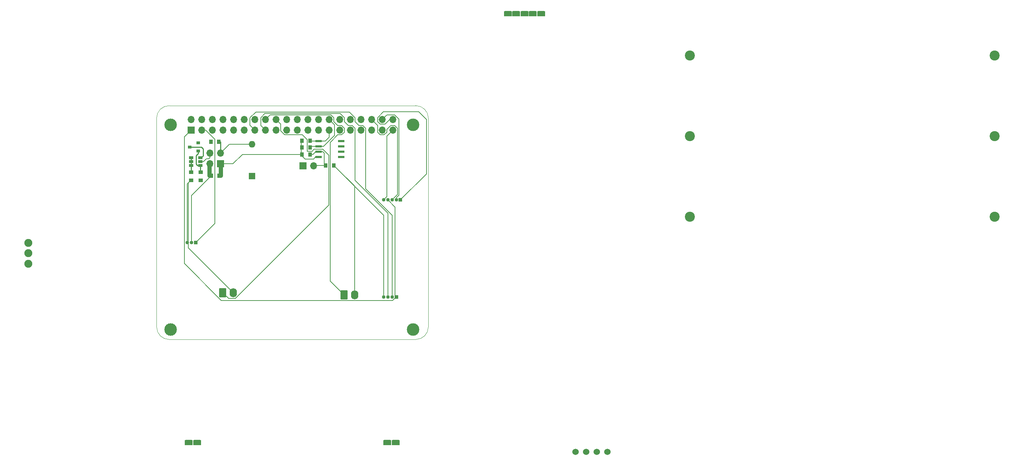
<source format=gbr>
G04 #@! TF.GenerationSoftware,KiCad,Pcbnew,9.0.4-9.0.4-0~ubuntu22.04.1*
G04 #@! TF.CreationDate,2025-09-06T14:27:40-05:00*
G04 #@! TF.ProjectId,Lab1_PCB,4c616231-5f50-4434-922e-6b696361645f,rev?*
G04 #@! TF.SameCoordinates,Original*
G04 #@! TF.FileFunction,Copper,L1,Top*
G04 #@! TF.FilePolarity,Positive*
%FSLAX46Y46*%
G04 Gerber Fmt 4.6, Leading zero omitted, Abs format (unit mm)*
G04 Created by KiCad (PCBNEW 9.0.4-9.0.4-0~ubuntu22.04.1) date 2025-09-06 14:27:40*
%MOMM*%
%LPD*%
G01*
G04 APERTURE LIST*
G04 Aperture macros list*
%AMRoundRect*
0 Rectangle with rounded corners*
0 $1 Rounding radius*
0 $2 $3 $4 $5 $6 $7 $8 $9 X,Y pos of 4 corners*
0 Add a 4 corners polygon primitive as box body*
4,1,4,$2,$3,$4,$5,$6,$7,$8,$9,$2,$3,0*
0 Add four circle primitives for the rounded corners*
1,1,$1+$1,$2,$3*
1,1,$1+$1,$4,$5*
1,1,$1+$1,$6,$7*
1,1,$1+$1,$8,$9*
0 Add four rect primitives between the rounded corners*
20,1,$1+$1,$2,$3,$4,$5,0*
20,1,$1+$1,$4,$5,$6,$7,0*
20,1,$1+$1,$6,$7,$8,$9,0*
20,1,$1+$1,$8,$9,$2,$3,0*%
G04 Aperture macros list end*
G04 #@! TA.AperFunction,SMDPad,CuDef*
%ADD10C,1.905000*%
G04 #@! TD*
G04 #@! TA.AperFunction,SMDPad,CuDef*
%ADD11RoundRect,0.190500X-0.762000X-0.444500X0.762000X-0.444500X0.762000X0.444500X-0.762000X0.444500X0*%
G04 #@! TD*
G04 #@! TA.AperFunction,ComponentPad*
%ADD12C,1.530000*%
G04 #@! TD*
G04 #@! TA.AperFunction,ComponentPad*
%ADD13R,1.600000X1.600000*%
G04 #@! TD*
G04 #@! TA.AperFunction,ComponentPad*
%ADD14O,1.600000X1.600000*%
G04 #@! TD*
G04 #@! TA.AperFunction,ComponentPad*
%ADD15R,0.850000X0.850000*%
G04 #@! TD*
G04 #@! TA.AperFunction,ComponentPad*
%ADD16O,0.850000X0.850000*%
G04 #@! TD*
G04 #@! TA.AperFunction,WasherPad*
%ADD17C,3.000000*%
G04 #@! TD*
G04 #@! TA.AperFunction,SMDPad,CuDef*
%ADD18R,0.845000X1.000000*%
G04 #@! TD*
G04 #@! TA.AperFunction,SMDPad,CuDef*
%ADD19R,1.550000X0.600000*%
G04 #@! TD*
G04 #@! TA.AperFunction,ComponentPad*
%ADD20R,1.700000X1.700000*%
G04 #@! TD*
G04 #@! TA.AperFunction,ComponentPad*
%ADD21O,1.700000X1.700000*%
G04 #@! TD*
G04 #@! TA.AperFunction,SMDPad,CuDef*
%ADD22R,1.000000X0.845000*%
G04 #@! TD*
G04 #@! TA.AperFunction,ComponentPad*
%ADD23RoundRect,0.250000X-0.620000X-0.845000X0.620000X-0.845000X0.620000X0.845000X-0.620000X0.845000X0*%
G04 #@! TD*
G04 #@! TA.AperFunction,ComponentPad*
%ADD24O,1.740000X2.190000*%
G04 #@! TD*
G04 #@! TA.AperFunction,SMDPad,CuDef*
%ADD25R,1.060000X0.650000*%
G04 #@! TD*
G04 #@! TA.AperFunction,SMDPad,CuDef*
%ADD26R,0.900000X0.800000*%
G04 #@! TD*
G04 #@! TA.AperFunction,ComponentPad*
%ADD27C,2.400000*%
G04 #@! TD*
G04 #@! TA.AperFunction,Conductor*
%ADD28C,0.150000*%
G04 #@! TD*
G04 #@! TA.AperFunction,Conductor*
%ADD29C,0.250000*%
G04 #@! TD*
G04 #@! TA.AperFunction,Conductor*
%ADD30C,1.000000*%
G04 #@! TD*
G04 #@! TA.AperFunction,Conductor*
%ADD31C,0.600000*%
G04 #@! TD*
G04 #@! TA.AperFunction,Profile*
%ADD32C,0.100000*%
G04 #@! TD*
G04 APERTURE END LIST*
D10*
X27324655Y-95834655D03*
X27324655Y-90834655D03*
X27324655Y-93334655D03*
D11*
X148000000Y-36000000D03*
X150000000Y-36000000D03*
X146000000Y-36000000D03*
X144000000Y-36000000D03*
X142000000Y-36000000D03*
D12*
X165810000Y-140875000D03*
X163270000Y-140875000D03*
X160730000Y-140875000D03*
X158190000Y-140875000D03*
D13*
X80824655Y-74909655D03*
D14*
X80824655Y-67289655D03*
D15*
X116324655Y-80579655D03*
D16*
X115324655Y-80579655D03*
X114324655Y-80579655D03*
X113324655Y-80579655D03*
X112324655Y-80579655D03*
D17*
X119354655Y-111599655D03*
D11*
X113173267Y-138732155D03*
X115173267Y-138732155D03*
D18*
X71062155Y-74789655D03*
X72987155Y-74789655D03*
X70962155Y-66689655D03*
X72887155Y-66689655D03*
D19*
X102124655Y-70294655D03*
X102124655Y-69024655D03*
X102124655Y-67754655D03*
X102124655Y-66484655D03*
X96724655Y-66484655D03*
X96724655Y-67754655D03*
X96724655Y-69024655D03*
X96724655Y-70294655D03*
D20*
X93024655Y-72389655D03*
D21*
X95564655Y-72389655D03*
D17*
X61364655Y-111609655D03*
D20*
X73304655Y-71949655D03*
D21*
X70764655Y-71949655D03*
X73304655Y-69409655D03*
X70764655Y-69409655D03*
D18*
X92762155Y-66389655D03*
X94687155Y-66389655D03*
D17*
X61364655Y-62599655D03*
D18*
X98462155Y-72289655D03*
X100387155Y-72289655D03*
X92762155Y-69689655D03*
X94687155Y-69689655D03*
D22*
X66224655Y-73927155D03*
X66224655Y-75852155D03*
D15*
X67324655Y-90789655D03*
D16*
X66324655Y-90789655D03*
X65324655Y-90789655D03*
D11*
X65673267Y-138732155D03*
X67673267Y-138732155D03*
D23*
X73824655Y-102789655D03*
D24*
X76364655Y-102789655D03*
D15*
X115324655Y-103789655D03*
D16*
X114324655Y-103789655D03*
X113324655Y-103789655D03*
X112324655Y-103789655D03*
D25*
X66274655Y-70439655D03*
X66274655Y-71389655D03*
X66274655Y-72339655D03*
X68474655Y-72339655D03*
X68474655Y-71389655D03*
X68474655Y-70439655D03*
D23*
X102824655Y-103289655D03*
D24*
X105364655Y-103289655D03*
D22*
X68524655Y-73927155D03*
X68524655Y-75852155D03*
D18*
X92762155Y-67989655D03*
X94687155Y-67989655D03*
D17*
X119364655Y-62619655D03*
D21*
X114504655Y-61339655D03*
X114504655Y-63879655D03*
X111964655Y-61339655D03*
X111964655Y-63879655D03*
X109424655Y-61339655D03*
X109424655Y-63879655D03*
X106884655Y-61339655D03*
X106884655Y-63879655D03*
X104344655Y-61339655D03*
X104344655Y-63879655D03*
X101804655Y-61339655D03*
X101804655Y-63879655D03*
X99264655Y-61339655D03*
X99264655Y-63879655D03*
X96724655Y-61339655D03*
X96724655Y-63879655D03*
X94184655Y-61339655D03*
X94184655Y-63879655D03*
X91644655Y-61339655D03*
X91644655Y-63879655D03*
X89104655Y-61339655D03*
X89104655Y-63879655D03*
X86564655Y-61339655D03*
X86564655Y-63879655D03*
X84024655Y-61339655D03*
X84024655Y-63879655D03*
X81484655Y-61339655D03*
X81484655Y-63879655D03*
X78944655Y-61339655D03*
X78944655Y-63879655D03*
X76404655Y-61339655D03*
X76404655Y-63879655D03*
X73864655Y-61339655D03*
X73864655Y-63879655D03*
X71324655Y-61339655D03*
X71324655Y-63879655D03*
X68784655Y-61339655D03*
X68784655Y-63879655D03*
X66244655Y-61339655D03*
D20*
X66244655Y-63879655D03*
D26*
X67924655Y-68839655D03*
X67924655Y-66939655D03*
X65924655Y-67889655D03*
D27*
X185545000Y-46000000D03*
X258445000Y-46000000D03*
X185545000Y-65300000D03*
X258445000Y-65300000D03*
X185545000Y-84600000D03*
X258445000Y-84600000D03*
D28*
X69924655Y-70689655D02*
X70524655Y-70689655D01*
X70524655Y-70689655D02*
X70764655Y-70449655D01*
X71890655Y-66038060D02*
X69732250Y-63879655D01*
X69732250Y-63879655D02*
X68784655Y-63879655D01*
X110838655Y-64346060D02*
X110838655Y-62753655D01*
X116324655Y-80579655D02*
X122540655Y-74363655D01*
X65324655Y-90789655D02*
X65324655Y-76752155D01*
X105364655Y-77267155D02*
X100387155Y-72289655D01*
X99511655Y-66832250D02*
X101338250Y-65005655D01*
X100390655Y-61806060D02*
X100390655Y-60873250D01*
X80324655Y-60907250D02*
X80324655Y-62719655D01*
X108010655Y-63413250D02*
X107351060Y-62753655D01*
D29*
X66274655Y-72339655D02*
X66224655Y-72389655D01*
X66224655Y-72389655D02*
X66224655Y-73789655D01*
D28*
X102930655Y-63413250D02*
X102271060Y-62753655D01*
X106418250Y-62753655D02*
X105470655Y-61806060D01*
X82898655Y-62753655D02*
X84024655Y-63879655D01*
X102930655Y-60873250D02*
X101920060Y-59862655D01*
D29*
X69124655Y-68339655D02*
X68674655Y-67889655D01*
X68674655Y-67889655D02*
X67074655Y-67889655D01*
X69124655Y-69989655D02*
X69124655Y-68339655D01*
D28*
X75424655Y-67289655D02*
X73304655Y-69409655D01*
X114324655Y-84256267D02*
X108010655Y-77942267D01*
X81720250Y-59511655D02*
X80324655Y-60907250D01*
X115981655Y-61224250D02*
X114971060Y-60213655D01*
X114971060Y-60213655D02*
X113090655Y-60213655D01*
X100390655Y-60873250D02*
X99731060Y-60213655D01*
X85150655Y-60213655D02*
X84024655Y-61339655D01*
X104811060Y-62753655D02*
X103878250Y-62753655D01*
X103878250Y-62753655D02*
X102930655Y-61806060D01*
X65623655Y-76453155D02*
X66224655Y-75852155D01*
X115981655Y-79419044D02*
X115981655Y-61224250D01*
X95964655Y-72289655D02*
X95564655Y-72689655D01*
X112268250Y-59443655D02*
X110838655Y-60873250D01*
X122540655Y-61304112D02*
X120680198Y-59443655D01*
X113090655Y-65293655D02*
X114504655Y-63879655D01*
X112324655Y-80579655D02*
X113090655Y-79813655D01*
D30*
X73374655Y-74789655D02*
X73374655Y-72019655D01*
D29*
X73304655Y-66719655D02*
X73274655Y-66689655D01*
D28*
X102930655Y-64346060D02*
X102930655Y-63413250D01*
D29*
X67925415Y-69488895D02*
X67424655Y-69989655D01*
X67774655Y-72339655D02*
X68474655Y-72339655D01*
D30*
X70674655Y-74789655D02*
X70674655Y-72039655D01*
D28*
X115025655Y-104080019D02*
X114445019Y-104660655D01*
X98074655Y-72289655D02*
X98074655Y-69339655D01*
D29*
X68474655Y-73739655D02*
X68524655Y-73789655D01*
D28*
X93988655Y-68913655D02*
X93988655Y-66141655D01*
X95673655Y-68448655D02*
X95208655Y-68913655D01*
X96724655Y-66484655D02*
X94782155Y-66484655D01*
X99264655Y-63879655D02*
X99264655Y-65573055D01*
X98074655Y-69339655D02*
X97759655Y-69024655D01*
X97759655Y-69024655D02*
X96724655Y-69024655D01*
X93988655Y-66141655D02*
X92852655Y-65005655D01*
X99160655Y-81839344D02*
X99160655Y-69833655D01*
X76364655Y-102789655D02*
X65623655Y-92048655D01*
X92624655Y-67989655D02*
X92624655Y-69689655D01*
X99731060Y-60213655D02*
X85150655Y-60213655D01*
X102271060Y-65005655D02*
X102930655Y-64346060D01*
X113090655Y-63701250D02*
X113090655Y-64346060D01*
X115630655Y-63413250D02*
X114971060Y-62753655D01*
X70764655Y-70449655D02*
X70764655Y-69409655D01*
X68474655Y-71389655D02*
X69224655Y-71389655D01*
X102930655Y-61806060D02*
X102930655Y-60873250D01*
D29*
X70674655Y-72039655D02*
X70764655Y-71949655D01*
D28*
X115324655Y-103789655D02*
X114453655Y-104660655D01*
X105364655Y-103289655D02*
X105364655Y-77267155D01*
X65324655Y-76752155D02*
X66224655Y-75852155D01*
X113324655Y-80579655D02*
X115025655Y-82280655D01*
X64623655Y-65500655D02*
X66244655Y-63879655D01*
X87690655Y-64058060D02*
X87690655Y-62465655D01*
X105470655Y-60873250D02*
X104109060Y-59511655D01*
X107351060Y-62753655D02*
X106418250Y-62753655D01*
D29*
X66274655Y-70439655D02*
X66274655Y-71389655D01*
X68474655Y-70439655D02*
X68674655Y-70439655D01*
D28*
X80824655Y-67289655D02*
X75424655Y-67289655D01*
X102271060Y-62753655D02*
X101338250Y-62753655D01*
X102824655Y-103289655D02*
X99511655Y-99976655D01*
X115324655Y-80579655D02*
X115324655Y-80076043D01*
X114971060Y-62753655D02*
X114038250Y-62753655D01*
X115630655Y-79273655D02*
X114324655Y-80579655D01*
X115630655Y-79273655D02*
X115630655Y-63413250D01*
X113090655Y-64346060D02*
X112431060Y-65005655D01*
X105470655Y-63413250D02*
X104811060Y-62753655D01*
X113324655Y-83752655D02*
X105470655Y-75898655D01*
D29*
X68474655Y-72339655D02*
X68474655Y-73739655D01*
D28*
X65623655Y-92048655D02*
X65623655Y-76453155D01*
X76839344Y-104160655D02*
X99160655Y-81839344D01*
X99160655Y-69833655D02*
X97775655Y-68448655D01*
X96724655Y-67754655D02*
X94922155Y-67754655D01*
X115025655Y-82280655D02*
X115025655Y-104080019D01*
X64623655Y-95804459D02*
X64623655Y-65500655D01*
X96724655Y-70294655D02*
X96019655Y-70294655D01*
D29*
X67424655Y-69989655D02*
X67424655Y-71989655D01*
X66274655Y-71389655D02*
X66274655Y-72339655D01*
D28*
X92852655Y-65005655D02*
X88638250Y-65005655D01*
X75195655Y-104160655D02*
X76839344Y-104160655D01*
X114453655Y-104660655D02*
X73479851Y-104660655D01*
X114445019Y-104660655D02*
X73479851Y-104660655D01*
X71890655Y-86223655D02*
X71890655Y-66038060D01*
X67324655Y-90789655D02*
X71890655Y-86223655D01*
X122540655Y-74363655D02*
X122540655Y-61304112D01*
X98074655Y-72289655D02*
X95964655Y-72289655D01*
X96724655Y-69024655D02*
X96089655Y-69024655D01*
X113090655Y-79813655D02*
X113090655Y-65293655D01*
X96019655Y-70294655D02*
X95524655Y-70789655D01*
X95524655Y-70789655D02*
X93524655Y-70789655D01*
D29*
X68674655Y-70439655D02*
X69124655Y-69989655D01*
D28*
X104109060Y-59511655D02*
X81720250Y-59511655D01*
X66324655Y-90789655D02*
X66324655Y-79527155D01*
X69224655Y-71389655D02*
X69924655Y-70689655D01*
X112324655Y-103789655D02*
X112324655Y-84227155D01*
X94824655Y-69689655D02*
X95124655Y-69689655D01*
X110838655Y-61806060D02*
X111498250Y-62465655D01*
X120680198Y-59443655D02*
X112268250Y-59443655D01*
X73824655Y-102789655D02*
X75195655Y-104160655D01*
X97775655Y-68448655D02*
X95673655Y-68448655D01*
X99511655Y-99976655D02*
X99511655Y-66832250D01*
X101338250Y-62753655D02*
X100390655Y-61806060D01*
X111498250Y-62465655D02*
X112652266Y-62465655D01*
X110838655Y-60873250D02*
X110838655Y-61806060D01*
D29*
X67925415Y-68839655D02*
X67925415Y-69488895D01*
X67424655Y-71989655D02*
X67774655Y-72339655D01*
D28*
X96089655Y-69024655D02*
X95424655Y-69689655D01*
X95424655Y-69689655D02*
X94824655Y-69689655D01*
X108010655Y-77942267D02*
X108010655Y-63413250D01*
X80324655Y-62719655D02*
X81484655Y-63879655D01*
X99264655Y-61339655D02*
X99174655Y-61339655D01*
X99264655Y-61339655D02*
X100543615Y-62618615D01*
X105470655Y-75898655D02*
X105470655Y-63413250D01*
X82898655Y-60873250D02*
X82898655Y-62753655D01*
X114324655Y-103789655D02*
X114324655Y-84256267D01*
X105470655Y-61806060D02*
X105470655Y-60873250D01*
X73479851Y-104660655D02*
X64623655Y-95804459D01*
X78524655Y-69689655D02*
X76264655Y-71949655D01*
X76264655Y-71949655D02*
X73304655Y-71949655D01*
X101338250Y-65005655D02*
X102271060Y-65005655D01*
X66324655Y-79527155D02*
X71062155Y-74789655D01*
X83909250Y-59862655D02*
X82898655Y-60873250D01*
X113324655Y-103789655D02*
X113324655Y-83752655D01*
X94959655Y-67854655D02*
X94824655Y-67989655D01*
X95208655Y-68913655D02*
X93988655Y-68913655D01*
X88638250Y-65005655D02*
X87690655Y-64058060D01*
X100543615Y-65150075D02*
X97939035Y-67754655D01*
X97939035Y-67754655D02*
X96724655Y-67754655D01*
X101920060Y-59862655D02*
X83909250Y-59862655D01*
X112431060Y-65005655D02*
X111498250Y-65005655D01*
X111498250Y-65005655D02*
X110838655Y-64346060D01*
X113778266Y-61339655D02*
X114504655Y-61339655D01*
X112652266Y-62465655D02*
X113778266Y-61339655D01*
D29*
X67074655Y-67889655D02*
X65824655Y-67889655D01*
X73304655Y-69409655D02*
X73304655Y-66719655D01*
D28*
X113090655Y-60213655D02*
X111964655Y-61339655D01*
X115324655Y-80076043D02*
X115981655Y-79419044D01*
X94782155Y-66484655D02*
X94687155Y-66389655D01*
X98353055Y-66484655D02*
X96724655Y-66484655D01*
D31*
X68024655Y-66939655D02*
X68024655Y-66889655D01*
D28*
X73374655Y-72019655D02*
X73304655Y-71949655D01*
X100543615Y-62618615D02*
X100543615Y-65150075D01*
X94922155Y-67754655D02*
X94687155Y-67989655D01*
X92624655Y-69689655D02*
X78524655Y-69689655D01*
X92624655Y-66389655D02*
X92624655Y-67989655D01*
X95019655Y-66584655D02*
X94824655Y-66389655D01*
X99264655Y-65573055D02*
X98353055Y-66484655D01*
X87690655Y-62465655D02*
X86564655Y-61339655D01*
X93524655Y-70789655D02*
X92624655Y-69889655D01*
X92624655Y-69889655D02*
X92624655Y-69689655D01*
X110838655Y-62753655D02*
X109424655Y-61339655D01*
X114038250Y-62753655D02*
X113090655Y-63701250D01*
X112324655Y-84227155D02*
X100387155Y-72289655D01*
D32*
X122999995Y-111005236D02*
G75*
G02*
X120000000Y-113999945I-2999951J5247D01*
G01*
X61000000Y-114000000D02*
X120000000Y-114000000D01*
X120000000Y-58000000D02*
G75*
G02*
X123000033Y-61000000I44J-2999989D01*
G01*
X123000000Y-111000000D02*
X123000000Y-61000000D01*
X120000000Y-58000000D02*
X61000000Y-58000000D01*
X58000000Y-61000000D02*
X58000000Y-111000000D01*
X58000000Y-61000000D02*
G75*
G02*
X61000000Y-57999945I3000044J11D01*
G01*
X61000000Y-114000000D02*
G75*
G02*
X58000033Y-111000000I44J3000011D01*
G01*
M02*

</source>
